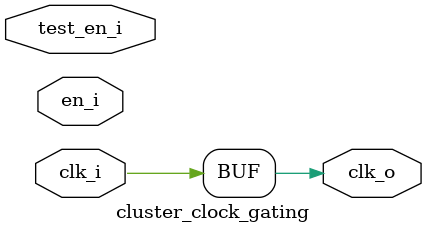
<source format=sv>

module cluster_clock_gating
  (
    input  logic clk_i,
    input  logic en_i,
    input  logic test_en_i,
    output logic clk_o
  );

  assign clk_o = clk_i;

endmodule

</source>
